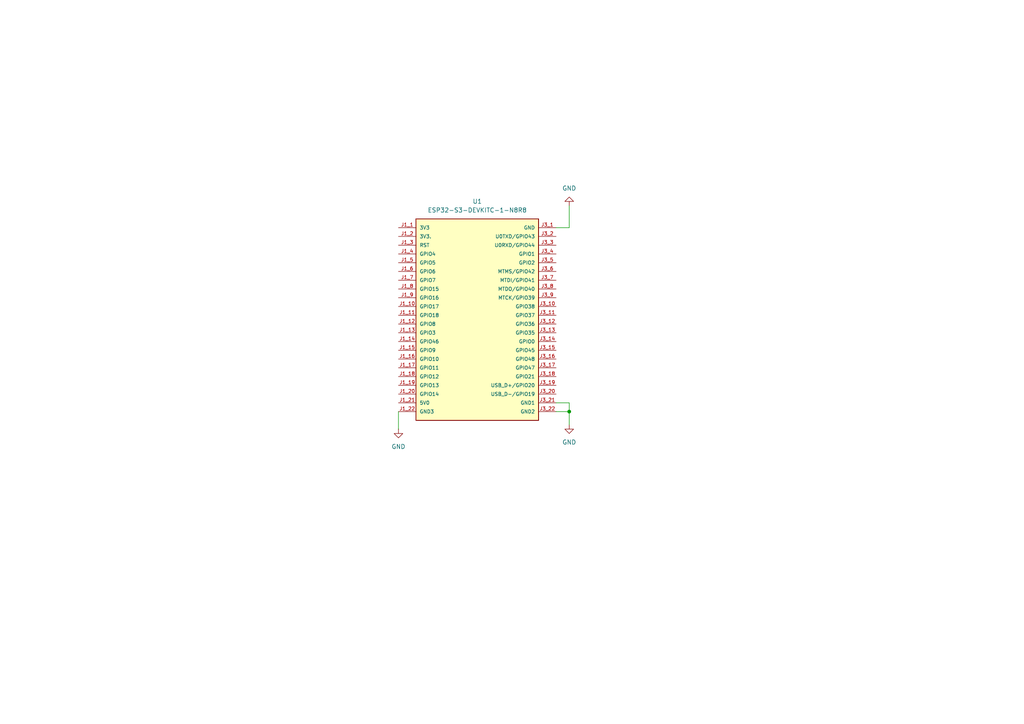
<source format=kicad_sch>
(kicad_sch (version 20250114) (generator "eeschema") (generator_version "9.0")
  (paper "A4")
  (lib_symbols
    (symbol "ESP32-S3-DEVKITC-1-N8R8:ESP32-S3-DEVKITC-1-N8R8" (pin_names (offset 1.016))
      (property "Reference" "U" (at -17.78 35.56 0))
      (property "Value" "ESP32-S3-DEVKITC-1-N8R8" (at -17.78 -27.94 0))
      (symbol "ESP32-S3-DEVKITC-1-N8R8_0_0"
        (rectangle (start -17.78 -25.4) (end 17.78 33.02) (stroke (width 0.254)) (fill (type background)))
        (pin power_in line (at -22.86 30.48 0) (length 5.08) (name "3V3") (number "J1_1"))
        (pin power_in line (at -22.86 27.94 0) (length 5.08) (name "3V3.") (number "J1_2"))
        (pin input line (at -22.86 25.4 0) (length 5.08) (name "RST") (number "J1_3"))
        (pin bidirectional line (at -22.86 22.86 0) (length 5.08) (name "GPIO4") (number "J1_4"))
        (pin bidirectional line (at -22.86 20.32 0) (length 5.08) (name "GPIO5") (number "J1_5"))
        (pin bidirectional line (at -22.86 17.78 0) (length 5.08) (name "GPIO6") (number "J1_6"))
        (pin bidirectional line (at -22.86 15.24 0) (length 5.08) (name "GPIO7") (number "J1_7"))
        (pin bidirectional line (at -22.86 12.7 0) (length 5.08) (name "GPIO15") (number "J1_8"))
        (pin bidirectional line (at -22.86 10.16 0) (length 5.08) (name "GPIO16") (number "J1_9"))
        (pin bidirectional line (at -22.86 7.62 0) (length 5.08) (name "GPIO17") (number "J1_10"))
        (pin bidirectional line (at -22.86 5.08 0) (length 5.08) (name "GPIO18") (number "J1_11"))
        (pin bidirectional line (at -22.86 2.54 0) (length 5.08) (name "GPIO8") (number "J1_12"))
        (pin bidirectional line (at -22.86 0 0) (length 5.08) (name "GPIO3") (number "J1_13"))
        (pin bidirectional line (at -22.86 -2.54 0) (length 5.08) (name "GPIO46") (number "J1_14"))
        (pin bidirectional line (at -22.86 -5.08 0) (length 5.08) (name "GPIO9") (number "J1_15"))
        (pin bidirectional line (at -22.86 -7.62 0) (length 5.08) (name "GPIO10") (number "J1_16"))
        (pin bidirectional line (at -22.86 -10.16 0) (length 5.08) (name "GPIO11") (number "J1_17"))
        (pin bidirectional line (at -22.86 -12.7 0) (length 5.08) (name "GPIO12") (number "J1_18"))
        (pin bidirectional line (at -22.86 -15.24 0) (length 5.08) (name "GPIO13") (number "J1_19"))
        (pin bidirectional line (at -22.86 -17.78 0) (length 5.08) (name "GPIO14") (number "J1_20"))
        (pin power_in line (at -22.86 -20.32 0) (length 5.08) (name "5V0") (number "J1_21"))
        (pin power_in line (at -22.86 -22.86 0) (length 5.08) (name "GND3") (number "J1_22"))
        (pin power_in line (at 22.86 30.48 180) (length 5.08) (name "GND") (number "J3_1"))
        (pin bidirectional line (at 22.86 27.94 180) (length 5.08) (name "U0TXD/GPIO43") (number "J3_2"))
        (pin bidirectional line (at 22.86 25.4 180) (length 5.08) (name "U0RXD/GPIO44") (number "J3_3"))
        (pin bidirectional line (at 22.86 22.86 180) (length 5.08) (name "GPIO1") (number "J3_4"))
        (pin bidirectional line (at 22.86 20.32 180) (length 5.08) (name "GPIO2") (number "J3_5"))
        (pin bidirectional line (at 22.86 17.78 180) (length 5.08) (name "MTMS/GPIO42") (number "J3_6"))
        (pin bidirectional line (at 22.86 15.24 180) (length 5.08) (name "MTDI/GPIO41") (number "J3_7"))
        (pin bidirectional line (at 22.86 12.7 180) (length 5.08) (name "MTDO/GPIO40") (number "J3_8"))
        (pin bidirectional line (at 22.86 10.16 180) (length 5.08) (name "MTCK/GPIO39") (number "J3_9"))
        (pin bidirectional line (at 22.86 7.62 180) (length 5.08) (name "GPIO38") (number "J3_10"))
        (pin bidirectional line (at 22.86 5.08 180) (length 5.08) (name "GPIO37") (number "J3_11"))
        (pin bidirectional line (at 22.86 2.54 180) (length 5.08) (name "GPIO36") (number "J3_12"))
        (pin bidirectional line (at 22.86 0 180) (length 5.08) (name "GPIO35") (number "J3_13"))
        (pin bidirectional line (at 22.86 -2.54 180) (length 5.08) (name "GPIO0") (number "J3_14"))
        (pin bidirectional line (at 22.86 -5.08 180) (length 5.08) (name "GPIO45") (number "J3_15"))
        (pin bidirectional line (at 22.86 -7.62 180) (length 5.08) (name "GPIO48") (number "J3_16"))
        (pin bidirectional line (at 22.86 -10.16 180) (length 5.08) (name "GPIO47") (number "J3_17"))
        (pin bidirectional line (at 22.86 -12.7 180) (length 5.08) (name "GPIO21") (number "J3_18"))
        (pin bidirectional line (at 22.86 -15.24 180) (length 5.08) (name "USB_D+/GPIO20") (number "J3_19"))
        (pin bidirectional line (at 22.86 -17.78 180) (length 5.08) (name "USB_D-/GPIO19") (number "J3_20"))
        (pin power_in line (at 22.86 -20.32 180) (length 5.08) (name "GND1") (number "J3_21"))
        (pin power_in line (at 22.86 -22.86 180) (length 5.08) (name "GND2") (number "J3_22"))
      )
    )
    (symbol "power:GND" (power) (pin_numbers (hide yes)) (pin_names (offset 0) (hide yes))
      (property "Value" "GND" (at 0 -3.81 0))
      (symbol "GND_0_1"
        (polyline (pts (xy 0 0) (xy 0 -1.27) (xy 1.27 -1.27) (xy 0 -2.54) (xy -1.27 -1.27) (xy 0 -1.27)))
      )
      (symbol "GND_1_1"
        (pin power_in line (at 0 0 270) (length 0) (name "~") (number "1"))
      )
    )
  )
  (junction (at 165.1 119.38))
  (wire (pts (xy 165.1 59.69) (xy 165.1 66.04)))
  (wire (pts (xy 165.1 119.38) (xy 165.1 123.19)))
  (wire (pts (xy 161.29 119.38) (xy 165.1 119.38)))
  (wire (pts (xy 161.29 66.04) (xy 165.1 66.04)))
  (wire (pts (xy 165.1 116.84) (xy 165.1 119.38)))
  (wire (pts (xy 115.57 119.38) (xy 115.57 124.46)))
  (wire (pts (xy 161.29 116.84) (xy 165.1 116.84)))
  (symbol (lib_id "power:GND") (at 165.1 59.69 180) (unit 1)
    (property "Reference" "#PWR01" (effects (hide yes)))
    (property "Value" "GND" (at 165.1 54.61 0))
    (property "Description" "Power symbol creates a global label with name \"GND\" , ground" (effects (hide yes)))
  )
  (symbol (lib_id "power:GND") (at 165.1 123.19 0) (unit 1)
    (property "Reference" "#PWR02" (effects (hide yes)))
    (property "Value" "GND" (at 165.1 128.27 0))
    (property "Description" "Power symbol creates a global label with name \"GND\" , ground" (effects (hide yes)))
  )
  (symbol (lib_id "power:GND") (at 115.57 124.46 0) (unit 1)
    (property "Reference" "#PWR03" (effects (hide yes)))
    (property "Value" "GND" (at 115.57 129.54 0))
    (property "Description" "Power symbol creates a global label with name \"GND\" , ground" (effects (hide yes)))
  )
  (symbol (lib_id "ESP32-S3-DEVKITC-1-N8R8:ESP32-S3-DEVKITC-1-N8R8") (at 138.43 96.52 0) (unit 1)
    (property "Reference" "U1" (at 138.43 58.42 0))
    (property "Value" "ESP32-S3-DEVKITC-1-N8R8" (at 138.43 60.96 0))
    (property "Footprint" "ESP32-S3-DEVKITC-1-N8R8:ESP32-S3-DEVKITC-1-N8R8" (effects (hide yes)))
    (property "DigiKey_Part_Number" "1965-ESP32-S3-DEVKITC-1-N8R8-ND" (effects (hide yes)))
    (property "MF" "Espressif Systems" (effects (hide yes)))
    (property "Purchase-URL" "https://www.snapeda.com/api/url_track_click_mouser/?unipart_id=8940048&manufacturer=Espressif Systems&part_name=ESP32-S3-DEVKITC-1-N8R8&search_term=esp32s3 devkitc 1u" (effects (hide yes)))
    (property "Package" "None" (effects (hide yes)))
    (property "SnapEDA_Link" "https://www.snapeda.com/parts/ESP32-S3-DEVKITC-1-N8R8/Espressif+Systems/view-part/?ref=snap" (effects (hide yes)))
    (property "MP" "ESP32-S3-DEVKITC-1-N8R8" (effects (hide yes)))
    (property "Description_1" "The ESP32-S3-DEVKITC-1-N8R8 from Espressif Systems is a development board designed for RF, RFID, and wireless applications. It supports 802.11 b/g/n Wi-Fi and Bluetooth® 5.x (BLE) connectivity at 2.4GHz, making it ideal for IoT and wireless communication projects. This board is powered by the ESP32-S3-WROOM-1-N8R8 module, which features 8MB Quad SPI Flash and 8MB Octal SPI for efficient memory storage and processing." (effects (hide yes)))
    (property "Check_prices" "https://www.snapeda.com/parts/ESP32-S3-DEVKITC-1-N8R8/Espressif+Systems/view-part/?ref=eda" (effects (hide yes)))
  )
)
</source>
